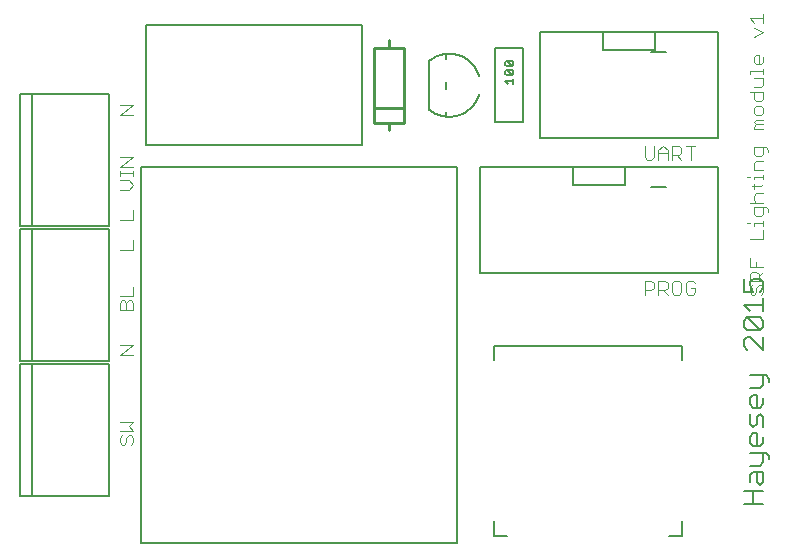
<source format=gto>
G75*
%MOIN*%
%OFA0B0*%
%FSLAX25Y25*%
%IPPOS*%
%LPD*%
%AMOC8*
5,1,8,0,0,1.08239X$1,22.5*
%
%ADD10C,0.00600*%
%ADD11C,0.00400*%
%ADD12C,0.00800*%
%ADD13C,0.00500*%
%ADD14C,0.01000*%
D10*
X0311628Y0075300D02*
X0318033Y0075300D01*
X0314831Y0075300D02*
X0314831Y0079570D01*
X0316966Y0081745D02*
X0315898Y0082813D01*
X0315898Y0086016D01*
X0314831Y0086016D02*
X0318033Y0086016D01*
X0318033Y0082813D01*
X0316966Y0081745D01*
X0318033Y0079570D02*
X0311628Y0079570D01*
X0313763Y0082813D02*
X0313763Y0084948D01*
X0314831Y0086016D01*
X0313763Y0088191D02*
X0316966Y0088191D01*
X0318033Y0089259D01*
X0318033Y0092461D01*
X0319101Y0092461D02*
X0320168Y0091394D01*
X0320168Y0090326D01*
X0319101Y0092461D02*
X0313763Y0092461D01*
X0314831Y0094636D02*
X0313763Y0095704D01*
X0313763Y0097839D01*
X0314831Y0098907D01*
X0315898Y0098907D01*
X0315898Y0094636D01*
X0314831Y0094636D02*
X0316966Y0094636D01*
X0318033Y0095704D01*
X0318033Y0097839D01*
X0318033Y0101082D02*
X0318033Y0104285D01*
X0316966Y0105352D01*
X0315898Y0104285D01*
X0315898Y0102150D01*
X0314831Y0101082D01*
X0313763Y0102150D01*
X0313763Y0105352D01*
X0314831Y0107527D02*
X0313763Y0108595D01*
X0313763Y0110730D01*
X0314831Y0111798D01*
X0315898Y0111798D01*
X0315898Y0107527D01*
X0314831Y0107527D02*
X0316966Y0107527D01*
X0318033Y0108595D01*
X0318033Y0110730D01*
X0316966Y0113973D02*
X0313763Y0113973D01*
X0316966Y0113973D02*
X0318033Y0115041D01*
X0318033Y0118243D01*
X0319101Y0118243D02*
X0313763Y0118243D01*
X0319101Y0118243D02*
X0320168Y0117176D01*
X0320168Y0116108D01*
X0318033Y0126864D02*
X0313763Y0131134D01*
X0312695Y0131134D01*
X0311628Y0130067D01*
X0311628Y0127932D01*
X0312695Y0126864D01*
X0318033Y0126864D02*
X0318033Y0131134D01*
X0316966Y0133309D02*
X0312695Y0133309D01*
X0311628Y0134377D01*
X0311628Y0136512D01*
X0312695Y0137580D01*
X0316966Y0133309D01*
X0318033Y0134377D01*
X0318033Y0136512D01*
X0316966Y0137580D01*
X0312695Y0137580D01*
X0313763Y0139755D02*
X0311628Y0141890D01*
X0318033Y0141890D01*
X0318033Y0139755D02*
X0318033Y0144025D01*
X0316966Y0146200D02*
X0318033Y0147268D01*
X0318033Y0149403D01*
X0316966Y0150471D01*
X0314831Y0150471D01*
X0313763Y0149403D01*
X0313763Y0148336D01*
X0314831Y0146200D01*
X0311628Y0146200D01*
X0311628Y0150471D01*
D11*
X0313529Y0149804D02*
X0313529Y0152106D01*
X0314297Y0152873D01*
X0315831Y0152873D01*
X0316599Y0152106D01*
X0316599Y0149804D01*
X0318133Y0149804D02*
X0313529Y0149804D01*
X0314297Y0148269D02*
X0313529Y0147502D01*
X0313529Y0145967D01*
X0314297Y0145200D01*
X0315064Y0145200D01*
X0315831Y0145967D01*
X0315831Y0147502D01*
X0316599Y0148269D01*
X0317366Y0148269D01*
X0318133Y0147502D01*
X0318133Y0145967D01*
X0317366Y0145200D01*
X0316599Y0151339D02*
X0318133Y0152873D01*
X0318133Y0154408D02*
X0313529Y0154408D01*
X0313529Y0157477D01*
X0315831Y0155942D02*
X0315831Y0154408D01*
X0313529Y0163616D02*
X0318133Y0163616D01*
X0318133Y0166685D01*
X0318133Y0168220D02*
X0318133Y0169754D01*
X0318133Y0168987D02*
X0315064Y0168987D01*
X0315064Y0168220D01*
X0313529Y0168987D02*
X0312762Y0168987D01*
X0315064Y0172056D02*
X0315831Y0171289D01*
X0317366Y0171289D01*
X0318133Y0172056D01*
X0318133Y0174358D01*
X0318901Y0174358D02*
X0315064Y0174358D01*
X0315064Y0172056D01*
X0315831Y0175893D02*
X0315064Y0176660D01*
X0315064Y0178195D01*
X0315831Y0178962D01*
X0318133Y0178962D01*
X0317366Y0181264D02*
X0318133Y0182031D01*
X0317366Y0181264D02*
X0314297Y0181264D01*
X0315064Y0180497D02*
X0315064Y0182031D01*
X0315064Y0183566D02*
X0315064Y0184333D01*
X0318133Y0184333D01*
X0318133Y0183566D02*
X0318133Y0185101D01*
X0318133Y0186635D02*
X0315064Y0186635D01*
X0315064Y0188937D01*
X0315831Y0189705D01*
X0318133Y0189705D01*
X0317366Y0191239D02*
X0318133Y0192007D01*
X0318133Y0194309D01*
X0318901Y0194309D02*
X0315064Y0194309D01*
X0315064Y0192007D01*
X0315831Y0191239D01*
X0317366Y0191239D01*
X0319668Y0192774D02*
X0319668Y0193541D01*
X0318901Y0194309D01*
X0318133Y0200447D02*
X0315064Y0200447D01*
X0315064Y0201214D01*
X0315831Y0201982D01*
X0315064Y0202749D01*
X0315831Y0203516D01*
X0318133Y0203516D01*
X0318133Y0201982D02*
X0315831Y0201982D01*
X0315831Y0205051D02*
X0317366Y0205051D01*
X0318133Y0205818D01*
X0318133Y0207353D01*
X0317366Y0208120D01*
X0315831Y0208120D01*
X0315064Y0207353D01*
X0315064Y0205818D01*
X0315831Y0205051D01*
X0315831Y0209655D02*
X0315064Y0210422D01*
X0315064Y0212724D01*
X0313529Y0212724D02*
X0318133Y0212724D01*
X0318133Y0210422D01*
X0317366Y0209655D01*
X0315831Y0209655D01*
X0315064Y0214259D02*
X0317366Y0214259D01*
X0318133Y0215026D01*
X0318133Y0217328D01*
X0315064Y0217328D01*
X0313529Y0218863D02*
X0313529Y0219630D01*
X0318133Y0219630D01*
X0318133Y0218863D02*
X0318133Y0220397D01*
X0317366Y0221932D02*
X0315831Y0221932D01*
X0315064Y0222699D01*
X0315064Y0224234D01*
X0315831Y0225001D01*
X0316599Y0225001D01*
X0316599Y0221932D01*
X0317366Y0221932D02*
X0318133Y0222699D01*
X0318133Y0224234D01*
X0315064Y0231140D02*
X0318133Y0232675D01*
X0315064Y0234209D01*
X0315064Y0235744D02*
X0313529Y0237278D01*
X0318133Y0237278D01*
X0318133Y0235744D02*
X0318133Y0238813D01*
X0295414Y0194804D02*
X0292345Y0194804D01*
X0293880Y0194804D02*
X0293880Y0190200D01*
X0290810Y0190200D02*
X0289276Y0191735D01*
X0290043Y0191735D02*
X0287741Y0191735D01*
X0287741Y0190200D02*
X0287741Y0194804D01*
X0290043Y0194804D01*
X0290810Y0194037D01*
X0290810Y0192502D01*
X0290043Y0191735D01*
X0286207Y0192502D02*
X0283137Y0192502D01*
X0283137Y0193269D02*
X0284672Y0194804D01*
X0286207Y0193269D01*
X0286207Y0190200D01*
X0283137Y0190200D02*
X0283137Y0193269D01*
X0281603Y0194804D02*
X0281603Y0190967D01*
X0280835Y0190200D01*
X0279301Y0190200D01*
X0278533Y0190967D01*
X0278533Y0194804D01*
X0312762Y0184333D02*
X0313529Y0184333D01*
X0313529Y0175893D02*
X0318133Y0175893D01*
X0318901Y0174358D02*
X0319668Y0173591D01*
X0319668Y0172824D01*
X0295414Y0149037D02*
X0294647Y0149804D01*
X0293112Y0149804D01*
X0292345Y0149037D01*
X0292345Y0145967D01*
X0293112Y0145200D01*
X0294647Y0145200D01*
X0295414Y0145967D01*
X0295414Y0147502D01*
X0293880Y0147502D01*
X0290810Y0149037D02*
X0290043Y0149804D01*
X0288508Y0149804D01*
X0287741Y0149037D01*
X0287741Y0145967D01*
X0288508Y0145200D01*
X0290043Y0145200D01*
X0290810Y0145967D01*
X0290810Y0149037D01*
X0286207Y0149037D02*
X0286207Y0147502D01*
X0285439Y0146735D01*
X0283137Y0146735D01*
X0284672Y0146735D02*
X0286207Y0145200D01*
X0283137Y0145200D02*
X0283137Y0149804D01*
X0285439Y0149804D01*
X0286207Y0149037D01*
X0281603Y0149037D02*
X0281603Y0147502D01*
X0280835Y0146735D01*
X0278533Y0146735D01*
X0278533Y0145200D02*
X0278533Y0149804D01*
X0280835Y0149804D01*
X0281603Y0149037D01*
X0108133Y0147873D02*
X0108133Y0144804D01*
X0103529Y0144804D01*
X0104297Y0143269D02*
X0105064Y0143269D01*
X0105831Y0142502D01*
X0105831Y0140200D01*
X0103529Y0140200D02*
X0103529Y0142502D01*
X0104297Y0143269D01*
X0105831Y0142502D02*
X0106599Y0143269D01*
X0107366Y0143269D01*
X0108133Y0142502D01*
X0108133Y0140200D01*
X0103529Y0140200D01*
X0103529Y0128269D02*
X0108133Y0128269D01*
X0103529Y0125200D01*
X0108133Y0125200D01*
X0108133Y0102873D02*
X0103529Y0102873D01*
X0103529Y0099804D02*
X0108133Y0099804D01*
X0106599Y0101339D01*
X0108133Y0102873D01*
X0107366Y0098269D02*
X0108133Y0097502D01*
X0108133Y0095967D01*
X0107366Y0095200D01*
X0105831Y0095967D02*
X0105831Y0097502D01*
X0106599Y0098269D01*
X0107366Y0098269D01*
X0105831Y0095967D02*
X0105064Y0095200D01*
X0104297Y0095200D01*
X0103529Y0095967D01*
X0103529Y0097502D01*
X0104297Y0098269D01*
X0103529Y0160200D02*
X0108133Y0160200D01*
X0108133Y0163269D01*
X0108133Y0170200D02*
X0103529Y0170200D01*
X0108133Y0170200D02*
X0108133Y0173269D01*
X0106599Y0180200D02*
X0108133Y0181735D01*
X0106599Y0183269D01*
X0103529Y0183269D01*
X0103529Y0184804D02*
X0103529Y0186339D01*
X0103529Y0185571D02*
X0108133Y0185571D01*
X0108133Y0184804D02*
X0108133Y0186339D01*
X0108133Y0187873D02*
X0103529Y0187873D01*
X0108133Y0190942D01*
X0103529Y0190942D01*
X0103529Y0180200D02*
X0106599Y0180200D01*
X0108133Y0205200D02*
X0103529Y0205200D01*
X0108133Y0208269D01*
X0103529Y0208269D01*
D12*
X0099869Y0212205D02*
X0074278Y0212205D01*
X0074278Y0168110D01*
X0070341Y0168110D01*
X0070341Y0212205D01*
X0074278Y0212205D01*
X0099869Y0212205D02*
X0099869Y0168110D01*
X0074278Y0168110D01*
X0074278Y0167205D02*
X0074278Y0123110D01*
X0070341Y0123110D01*
X0070341Y0167205D01*
X0074278Y0167205D01*
X0099869Y0167205D01*
X0099869Y0123110D01*
X0074278Y0123110D01*
X0074278Y0122205D02*
X0074278Y0078110D01*
X0070341Y0078110D01*
X0070341Y0122205D01*
X0074278Y0122205D01*
X0099869Y0122205D01*
X0099869Y0078110D01*
X0074278Y0078110D01*
X0223570Y0152283D02*
X0223570Y0187717D01*
X0254672Y0187717D01*
X0254672Y0181811D01*
X0271995Y0181811D01*
X0271995Y0187717D01*
X0303097Y0187717D01*
X0303097Y0152677D01*
X0303097Y0152283D02*
X0223570Y0152283D01*
X0280833Y0180925D02*
X0285833Y0180925D01*
X0271995Y0187717D02*
X0254672Y0187717D01*
X0243570Y0197283D02*
X0243570Y0232717D01*
X0264672Y0232717D01*
X0264672Y0226811D01*
X0281995Y0226811D01*
X0281995Y0232717D01*
X0303097Y0232717D01*
X0303097Y0197677D01*
X0303097Y0197283D02*
X0243570Y0197283D01*
X0238058Y0202598D02*
X0228609Y0202598D01*
X0228609Y0227402D01*
X0238058Y0227402D01*
X0238058Y0202598D01*
X0212333Y0204548D02*
X0212333Y0206127D01*
X0206833Y0206754D02*
X0206833Y0223246D01*
X0212333Y0223873D02*
X0212333Y0225452D01*
X0212333Y0216127D02*
X0212333Y0213873D01*
X0206833Y0206754D02*
X0207035Y0206599D01*
X0207240Y0206449D01*
X0207449Y0206303D01*
X0207662Y0206163D01*
X0207878Y0206028D01*
X0208097Y0205899D01*
X0208319Y0205775D01*
X0208544Y0205656D01*
X0208772Y0205543D01*
X0209002Y0205435D01*
X0209235Y0205333D01*
X0209471Y0205236D01*
X0209709Y0205145D01*
X0209948Y0205060D01*
X0210190Y0204981D01*
X0210434Y0204908D01*
X0210679Y0204841D01*
X0210926Y0204779D01*
X0211175Y0204724D01*
X0211425Y0204675D01*
X0211675Y0204632D01*
X0211927Y0204595D01*
X0212180Y0204564D01*
X0212433Y0204539D01*
X0212687Y0204520D01*
X0212941Y0204507D01*
X0213195Y0204501D01*
X0213450Y0204501D01*
X0213704Y0204507D01*
X0213959Y0204519D01*
X0214212Y0204537D01*
X0214466Y0204561D01*
X0214718Y0204592D01*
X0214970Y0204628D01*
X0215221Y0204671D01*
X0215471Y0204720D01*
X0215719Y0204775D01*
X0215966Y0204836D01*
X0216212Y0204902D01*
X0216456Y0204975D01*
X0216698Y0205054D01*
X0216938Y0205138D01*
X0217176Y0205229D01*
X0217412Y0205325D01*
X0217645Y0205426D01*
X0217876Y0205534D01*
X0218104Y0205646D01*
X0218329Y0205765D01*
X0218551Y0205889D01*
X0218771Y0206018D01*
X0218987Y0206152D01*
X0219200Y0206292D01*
X0219409Y0206437D01*
X0219615Y0206586D01*
X0219817Y0206741D01*
X0220015Y0206901D01*
X0220209Y0207065D01*
X0220400Y0207234D01*
X0220586Y0207407D01*
X0220768Y0207585D01*
X0220945Y0207768D01*
X0221118Y0207954D01*
X0221287Y0208145D01*
X0221451Y0208340D01*
X0221610Y0208539D01*
X0221764Y0208741D01*
X0221913Y0208947D01*
X0222057Y0209157D01*
X0222196Y0209370D01*
X0222330Y0209587D01*
X0222459Y0209806D01*
X0222582Y0210029D01*
X0222699Y0210255D01*
X0222812Y0210483D01*
X0222918Y0210714D01*
X0223019Y0210948D01*
X0223115Y0211184D01*
X0223204Y0211422D01*
X0223288Y0211662D01*
X0223366Y0211904D01*
X0223366Y0218096D02*
X0223288Y0218338D01*
X0223205Y0218578D01*
X0223115Y0218816D01*
X0223020Y0219052D01*
X0222918Y0219286D01*
X0222812Y0219517D01*
X0222700Y0219745D01*
X0222582Y0219971D01*
X0222459Y0220194D01*
X0222330Y0220413D01*
X0222196Y0220630D01*
X0222057Y0220843D01*
X0221913Y0221053D01*
X0221764Y0221259D01*
X0221610Y0221461D01*
X0221451Y0221660D01*
X0221287Y0221855D01*
X0221118Y0222045D01*
X0220945Y0222232D01*
X0220768Y0222414D01*
X0220586Y0222592D01*
X0220400Y0222766D01*
X0220209Y0222935D01*
X0220015Y0223099D01*
X0219817Y0223259D01*
X0219615Y0223414D01*
X0219409Y0223563D01*
X0219200Y0223708D01*
X0218987Y0223848D01*
X0218771Y0223982D01*
X0218552Y0224111D01*
X0218329Y0224235D01*
X0218104Y0224353D01*
X0217876Y0224466D01*
X0217645Y0224574D01*
X0217412Y0224675D01*
X0217176Y0224771D01*
X0216938Y0224862D01*
X0216698Y0224946D01*
X0216456Y0225025D01*
X0216212Y0225098D01*
X0215967Y0225164D01*
X0215720Y0225225D01*
X0215471Y0225280D01*
X0215221Y0225329D01*
X0214970Y0225372D01*
X0214719Y0225408D01*
X0214466Y0225439D01*
X0214213Y0225463D01*
X0213959Y0225481D01*
X0213705Y0225493D01*
X0213450Y0225499D01*
X0213196Y0225499D01*
X0212941Y0225493D01*
X0212687Y0225480D01*
X0212433Y0225461D01*
X0212180Y0225436D01*
X0211927Y0225405D01*
X0211676Y0225368D01*
X0211425Y0225325D01*
X0211175Y0225276D01*
X0210927Y0225221D01*
X0210680Y0225159D01*
X0210434Y0225092D01*
X0210191Y0225019D01*
X0209949Y0224940D01*
X0209709Y0224855D01*
X0209471Y0224764D01*
X0209235Y0224667D01*
X0209002Y0224565D01*
X0208772Y0224458D01*
X0208544Y0224344D01*
X0208319Y0224225D01*
X0208097Y0224101D01*
X0207878Y0223972D01*
X0207662Y0223837D01*
X0207449Y0223697D01*
X0207240Y0223552D01*
X0207035Y0223401D01*
X0206833Y0223246D01*
X0264672Y0232717D02*
X0281995Y0232717D01*
X0280833Y0225925D02*
X0285833Y0225925D01*
D13*
X0216089Y0062402D02*
X0110577Y0062402D01*
X0110577Y0187598D01*
X0216089Y0187598D01*
X0216089Y0062402D01*
X0228333Y0064606D02*
X0228333Y0069606D01*
X0228333Y0064606D02*
X0232664Y0064606D01*
X0286601Y0064606D02*
X0290932Y0064606D01*
X0290932Y0069606D01*
X0290932Y0123465D02*
X0290932Y0127992D01*
X0284908Y0127992D01*
X0283058Y0127992D01*
X0228333Y0127992D01*
X0228333Y0123465D01*
X0184333Y0195000D02*
X0112333Y0195000D01*
X0112333Y0235000D01*
X0184333Y0235000D01*
X0184333Y0195000D01*
X0232081Y0216311D02*
X0234783Y0216311D01*
X0234783Y0215410D02*
X0234783Y0217212D01*
X0234333Y0218357D02*
X0232531Y0220159D01*
X0234333Y0220159D01*
X0234783Y0219708D01*
X0234783Y0218807D01*
X0234333Y0218357D01*
X0232531Y0218357D01*
X0232081Y0218807D01*
X0232081Y0219708D01*
X0232531Y0220159D01*
X0232531Y0221303D02*
X0232081Y0221754D01*
X0232081Y0222655D01*
X0232531Y0223105D01*
X0234333Y0221303D01*
X0234783Y0221754D01*
X0234783Y0222655D01*
X0234333Y0223105D01*
X0232531Y0223105D01*
X0232531Y0221303D02*
X0234333Y0221303D01*
X0232081Y0216311D02*
X0232982Y0215410D01*
D14*
X0198333Y0207500D02*
X0198333Y0202500D01*
X0193333Y0202500D01*
X0193333Y0200000D01*
X0193333Y0202500D02*
X0188333Y0202500D01*
X0188333Y0207500D01*
X0198333Y0207500D01*
X0198333Y0227500D01*
X0193333Y0227500D01*
X0193333Y0230000D01*
X0193333Y0227500D02*
X0188333Y0227500D01*
X0188333Y0207500D01*
M02*

</source>
